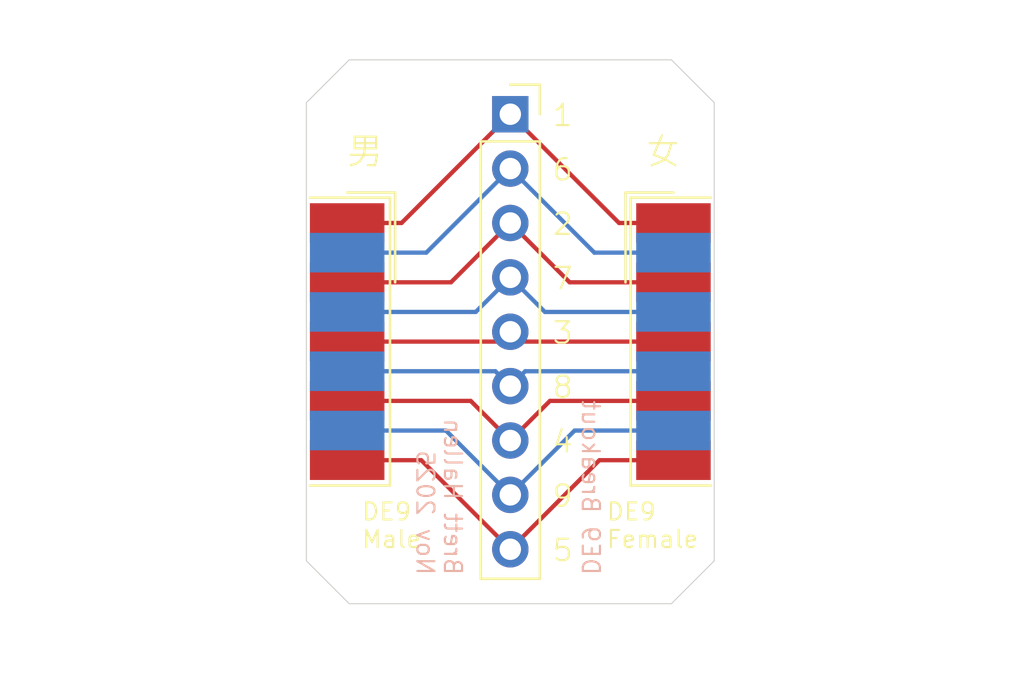
<source format=kicad_pcb>
(kicad_pcb (version 20241229) (generator "pcbnew") (generator_version "9.0")
  (title_block (title "DE9 Breakout") (date "26/NOV/2025") (rev "A") (company "Brett Hallen") (comment 1 "www.youtube.com/@Brfff"))
  (layers (0 "F.Cu" signal) (2 "B.Cu" signal) (13 "F.Paste" user) (15 "B.Paste" user) (5 "F.SilkS" user "F.Silkscreen") (7 "B.SilkS" user "B.Silkscreen") (1 "F.Mask" user) (3 "B.Mask" user) (25 "Edge.Cuts" user))
  (net 0 "")
  (net 1 "Net-(J1-Pin_7)")
  (net 2 "Net-(J1-Pin_6)")
  (net 3 "Net-(J1-Pin_2)")
  (net 4 "Net-(J1-Pin_1)")
  (net 5 "Net-(J1-Pin_8)")
  (net 6 "Net-(J1-Pin_3)")
  (net 7 "Net-(J1-Pin_5)")
  (net 8 "Net-(J1-Pin_4)")
  (net 9 "Net-(J1-Pin_9)")
  (footprint "Connector_PinHeader_2.54mm:PinHeader_1x09_P2.54mm_Vertical" (layer "F.Cu") (at 101.545 72.97 180)
    (property "Reference" "J1" (hide yes))
    (property "Value" "Breakout" (hide yes))
    (fp_line (start 1.38 19.05) (end 1.38 -1.38) (stroke (width 0.12)) (layer "F.SilkS"))
    (fp_line (start -1.38 21.7) (end 0 21.7) (stroke (width 0.12)) (layer "F.SilkS"))
    (fp_line (start -1.38 20.32) (end -1.38 21.7) (stroke (width 0.12)) (layer "F.SilkS"))
    (fp_line (start -1.38 19.05) (end 1.38 19.05) (stroke (width 0.12)) (layer "F.SilkS"))
    (fp_line (start -1.38 19.05) (end -1.38 -1.38) (stroke (width 0.12)) (layer "F.SilkS"))
    (fp_line (start -1.38 -1.38) (end 1.38 -1.38) (stroke (width 0.12)) (layer "F.SilkS"))
    (pad "1" thru_hole rect (at 0 20.32 180) (size 1.7 1.7) (drill 1) (layers "*.Cu" "*.Mask") (net 4 "Net-(J1-Pin_1)"))
    (pad "2" thru_hole circle (at 0 15.24 180) (size 1.7 1.7) (drill 1) (layers "*.Cu" "*.Mask") (net 3 "Net-(J1-Pin_2)"))
    (pad "3" thru_hole circle (at 0 10.16 180) (size 1.7 1.7) (drill 1) (layers "*.Cu" "*.Mask") (net 6 "Net-(J1-Pin_3)"))
    (pad "4" thru_hole circle (at 0 5.08 180) (size 1.7 1.7) (drill 1) (layers "*.Cu" "*.Mask") (net 8 "Net-(J1-Pin_4)"))
    (pad "5" thru_hole circle (at 0 0 180) (size 1.7 1.7) (drill 1) (layers "*.Cu" "*.Mask") (net 7 "Net-(J1-Pin_5)"))
    (pad "6" thru_hole circle (at 0 17.78 180) (size 1.7 1.7) (drill 1) (layers "*.Cu" "*.Mask") (net 2 "Net-(J1-Pin_6)"))
    (pad "7" thru_hole circle (at 0 12.7 180) (size 1.7 1.7) (drill 1) (layers "*.Cu" "*.Mask") (net 1 "Net-(J1-Pin_7)"))
    (pad "8" thru_hole circle (at 0 7.62 180) (size 1.7 1.7) (drill 1) (layers "*.Cu" "*.Mask") (net 5 "Net-(J1-Pin_8)"))
    (pad "9" thru_hole circle (at 0 2.54 180) (size 1.7 1.7) (drill 1) (layers "*.Cu" "*.Mask") (net 9 "Net-(J1-Pin_9)"))
  )
  (footprint "Connector_Dsub:DSUB-9_Pins_EdgeMount_P2.77mm" (layer "F.Cu") (at 93.925 63.27 -90)
    (property "Reference" "J2" (hide yes))
    (property "Value" "DE9 Male" (hide yes))
    (fp_line (start 6.723333 1.74) (end 6.723333 -2) (stroke (width 0.12)) (layer "F.SilkS"))
    (fp_line (start -6.963333 0) (end -6.963333 -2.24) (stroke (width 0.12)) (layer "F.SilkS"))
    (fp_line (start -6.723333 -2) (end -6.723333 1.74) (stroke (width 0.12)) (layer "F.SilkS"))
    (fp_line (start 6.723333 -2) (end -6.723333 -2) (stroke (width 0.12)) (layer "F.SilkS"))
    (fp_line (start -6.963333 -2.24) (end -2.77 -2.24) (stroke (width 0.12)) (layer "F.SilkS"))
    (pad "1" smd rect (at -5.54 0 270) (size 1.846667 3.48) (layers "F.Cu" "F.Mask" "F.Paste") (net 4 "Net-(J1-Pin_1)"))
    (pad "2" smd rect (at -2.77 0 270) (size 1.846667 3.48) (layers "F.Cu" "F.Mask" "F.Paste") (net 3 "Net-(J1-Pin_2)"))
    (pad "3" smd rect (at 0 0 270) (size 1.846667 3.48) (layers "F.Cu" "F.Mask" "F.Paste") (net 6 "Net-(J1-Pin_3)"))
    (pad "4" smd rect (at 2.77 0 270) (size 1.846667 3.48) (layers "F.Cu" "F.Mask" "F.Paste") (net 8 "Net-(J1-Pin_4)"))
    (pad "5" smd rect (at 5.54 0 270) (size 1.846667 3.48) (layers "F.Cu" "F.Mask" "F.Paste") (net 7 "Net-(J1-Pin_5)"))
    (pad "6" smd rect (at -4.155 0 270) (size 1.846667 3.48) (layers "B.Cu" "B.Mask" "B.Paste") (net 2 "Net-(J1-Pin_6)"))
    (pad "7" smd rect (at -1.385 0 270) (size 1.846667 3.48) (layers "B.Cu" "B.Mask" "B.Paste") (net 1 "Net-(J1-Pin_7)"))
    (pad "8" smd rect (at 1.385 0 270) (size 1.846667 3.48) (layers "B.Cu" "B.Mask" "B.Paste") (net 5 "Net-(J1-Pin_8)"))
    (pad "9" smd rect (at 4.155 0 270) (size 1.846667 3.48) (layers "B.Cu" "B.Mask" "B.Paste") (net 9 "Net-(J1-Pin_9)"))
  )
  (footprint "Connector_Dsub:DSUB-9_Socket_EdgeMount_P2.77mm" (layer "F.Cu") (at 109.165 63.27 90)
    (property "Reference" "J3" (hide yes))
    (property "Value" "DE9 Female" (hide yes))
    (fp_line (start 6.963333 -2.24) (end 2.77 -2.24) (stroke (width 0.12)) (layer "F.SilkS"))
    (fp_line (start 6.723333 -2) (end -6.723333 -2) (stroke (width 0.12)) (layer "F.SilkS"))
    (fp_line (start -6.723333 -2) (end -6.723333 1.74) (stroke (width 0.12)) (layer "F.SilkS"))
    (fp_line (start 6.963333 0) (end 6.963333 -2.24) (stroke (width 0.12)) (layer "F.SilkS"))
    (fp_line (start 6.723333 1.74) (end 6.723333 -2) (stroke (width 0.12)) (layer "F.SilkS"))
    (pad "1" smd rect (at 5.54 0 90) (size 1.846667 3.48) (layers "F.Cu" "F.Mask" "F.Paste") (net 4 "Net-(J1-Pin_1)"))
    (pad "2" smd rect (at 2.77 0 90) (size 1.846667 3.48) (layers "F.Cu" "F.Mask" "F.Paste") (net 3 "Net-(J1-Pin_2)"))
    (pad "3" smd rect (at 0 0 90) (size 1.846667 3.48) (layers "F.Cu" "F.Mask" "F.Paste") (net 6 "Net-(J1-Pin_3)"))
    (pad "4" smd rect (at -2.77 0 90) (size 1.846667 3.48) (layers "F.Cu" "F.Mask" "F.Paste") (net 8 "Net-(J1-Pin_4)"))
    (pad "5" smd rect (at -5.54 0 90) (size 1.846667 3.48) (layers "F.Cu" "F.Mask" "F.Paste") (net 7 "Net-(J1-Pin_5)"))
    (pad "6" smd rect (at 4.155 0 90) (size 1.846667 3.48) (layers "B.Cu" "B.Mask" "B.Paste") (net 2 "Net-(J1-Pin_6)"))
    (pad "7" smd rect (at 1.385 0 90) (size 1.846667 3.48) (layers "B.Cu" "B.Mask" "B.Paste") (net 1 "Net-(J1-Pin_7)"))
    (pad "8" smd rect (at -1.385 0 90) (size 1.846667 3.48) (layers "B.Cu" "B.Mask" "B.Paste") (net 5 "Net-(J1-Pin_8)"))
    (pad "9" smd rect (at -4.155 0 90) (size 1.846667 3.48) (layers "B.Cu" "B.Mask" "B.Paste") (net 9 "Net-(J1-Pin_9)"))
  )
  (gr_line (start 111.07 73.51) (end 111.07 52.11) (stroke (width 0.05)) (layer "Edge.Cuts"))
  (gr_line (start 109.07 50.11) (end 111.07 52.11) (stroke (width 0.05)) (layer "Edge.Cuts"))
  (gr_line (start 94.02 75.51) (end 92.02 73.51) (stroke (width 0.05)) (layer "Edge.Cuts"))
  (gr_line (start 92.02 73.51) (end 92.02 52.11) (stroke (width 0.05)) (layer "Edge.Cuts"))
  (gr_line (start 94.02 50.11) (end 109.07 50.11) (stroke (width 0.05)) (layer "Edge.Cuts"))
  (gr_line (start 109.07 75.51) (end 111.07 73.51) (stroke (width 0.05)) (layer "Edge.Cuts"))
  (gr_line (start 92.02 52.11) (end 94.02 50.11) (stroke (width 0.05)) (layer "Edge.Cuts"))
  (gr_line (start 94.02 75.51) (end 109.07 75.51) (stroke (width 0.05)) (layer "Edge.Cuts"))
  (gr_text "1" (at 103.45 53.285 0) (layer "F.SilkS") (effects (font (size 1 1) (thickness 0.1)) (justify left bottom)))
  (gr_text "8" (at 103.45 65.985 0) (layer "F.SilkS") (effects (font (size 1 1) (thickness 0.1)) (justify left bottom)))
  (gr_text "9" (at 103.45 71.065 0) (layer "F.SilkS") (effects (font (size 1 1) (thickness 0.1)) (justify left bottom)))
  (gr_text "DE9\nFemale" (at 105.99 72.97 0) (layer "F.SilkS") (effects (font (size 0.8 0.8) (thickness 0.1)) (justify left bottom)))
  (gr_text "4" (at 103.45 68.525 0) (layer "F.SilkS") (effects (font (size 1 1) (thickness 0.1)) (justify left bottom)))
  (gr_text "DE9\nMale" (at 94.56 72.97 0) (layer "F.SilkS") (effects (font (size 0.8 0.8) (thickness 0.1)) (justify left bottom)))
  (gr_text "女" (at 107.895 55.19 0) (layer "F.SilkS") (effects (font (size 1.27 1) (thickness 0.1)) (justify left bottom)))
  (gr_text "7" (at 103.45 60.905 0) (layer "F.SilkS") (effects (font (size 1 1) (thickness 0.1)) (justify left bottom)))
  (gr_text "6" (at 103.45 55.825 0) (layer "F.SilkS") (effects (font (size 1 1) (thickness 0.1)) (justify left bottom)))
  (gr_text "2" (at 103.45 58.365 0) (layer "F.SilkS") (effects (font (size 1 1) (thickness 0.1)) (justify left bottom)))
  (gr_text "3" (at 103.45 63.445 0) (layer "F.SilkS") (effects (font (size 1 1) (thickness 0.1)) (justify left bottom)))
  (gr_text "5" (at 103.45 73.605 0) (layer "F.SilkS") (effects (font (size 1 1) (thickness 0.1)) (justify left bottom)))
  (gr_text "男" (at 93.925 55.19 0) (layer "F.SilkS") (effects (font (size 1.27 1) (thickness 0.1)) (justify left bottom)))
  (gr_text "DE9 Breakout\n\n\n\n\nBrett Hallen\nNov 2025" (at 97.1 74.24 270) (layer "B.SilkS") (effects (font (size 0.8 0.8) (thickness 0.1)) (justify left bottom mirror)))
  (segment (start 103.16 61.885) (end 109.165 61.885) (width 0.2) (layer "B.Cu") (net 1))
  (segment (start 101.545 60.27) (end 103.16 61.885) (width 0.2) (layer "B.Cu") (net 1))
  (segment (start 99.93 61.885) (end 101.545 60.27) (width 0.2) (layer "B.Cu") (net 1))
  (segment (start 93.925 61.885) (end 99.93 61.885) (width 0.2) (layer "B.Cu") (net 1))
  (segment (start 101.545 55.19) (end 105.47 59.115) (width 0.2) (layer "B.Cu") (net 2))
  (segment (start 97.62 59.115) (end 101.545 55.19) (width 0.2) (layer "B.Cu") (net 2))
  (segment (start 93.925 59.115) (end 97.62 59.115) (width 0.2) (layer "B.Cu") (net 2))
  (segment (start 105.47 59.115) (end 109.165 59.115) (width 0.2) (layer "B.Cu") (net 2))
  (segment (start 104.315 60.5) (end 101.545 57.73) (width 0.2) (layer "F.Cu") (net 3))
  (segment (start 109.165 60.5) (end 104.315 60.5) (width 0.2) (layer "F.Cu") (net 3))
  (segment (start 93.925 60.5) (end 98.775 60.5) (width 0.2) (layer "F.Cu") (net 3))
  (segment (start 98.775 60.5) (end 101.545 57.73) (width 0.2) (layer "F.Cu") (net 3))
  (segment (start 109.165 57.73) (end 106.625 57.73) (width 0.2) (layer "F.Cu") (net 4))
  (segment (start 96.465 57.73) (end 101.545 52.65) (width 0.2) (layer "F.Cu") (net 4))
  (segment (start 93.925 57.73) (end 96.465 57.73) (width 0.2) (layer "F.Cu") (net 4))
  (segment (start 106.625 57.73) (end 101.545 52.65) (width 0.2) (layer "F.Cu") (net 4))
  (segment (start 109.165 64.655) (end 102.24 64.655) (width 0.2) (layer "B.Cu") (net 5))
  (segment (start 102.24 64.655) (end 101.545 65.35) (width 0.2) (layer "B.Cu") (net 5))
  (segment (start 100.85 64.655) (end 101.545 65.35) (width 0.2) (layer "B.Cu") (net 5))
  (segment (start 93.925 64.655) (end 100.85 64.655) (width 0.2) (layer "B.Cu") (net 5))
  (segment (start 101.085 63.27) (end 101.545 62.81) (width 0.2) (layer "F.Cu") (net 6))
  (segment (start 93.925 63.27) (end 101.085 63.27) (width 0.2) (layer "F.Cu") (net 6))
  (segment (start 109.165 63.27) (end 102.005 63.27) (width 0.2) (layer "F.Cu") (net 6))
  (segment (start 102.005 63.27) (end 101.545 62.81) (width 0.2) (layer "F.Cu") (net 6))
  (segment (start 93.925 68.81) (end 97.385 68.81) (width 0.2) (layer "F.Cu") (net 7))
  (segment (start 105.705 68.81) (end 101.545 72.97) (width 0.2) (layer "F.Cu") (net 7))
  (segment (start 97.385 68.81) (end 101.545 72.97) (width 0.2) (layer "F.Cu") (net 7))
  (segment (start 109.165 68.81) (end 105.705 68.81) (width 0.2) (layer "F.Cu") (net 7))
  (segment (start 101.545 67.89) (end 103.395 66.04) (width 0.2) (layer "F.Cu") (net 8))
  (segment (start 103.395 66.04) (end 109.165 66.04) (width 0.2) (layer "F.Cu") (net 8))
  (segment (start 99.695 66.04) (end 93.925 66.04) (width 0.2) (layer "F.Cu") (net 8))
  (segment (start 101.545 67.89) (end 99.695 66.04) (width 0.2) (layer "F.Cu") (net 8))
  (segment (start 104.55 67.425) (end 101.545 70.43) (width 0.2) (layer "B.Cu") (net 9))
  (segment (start 98.54 67.425) (end 101.545 70.43) (width 0.2) (layer "B.Cu") (net 9))
  (segment (start 93.925 67.425) (end 98.54 67.425) (width 0.2) (layer "B.Cu") (net 9))
  (segment (start 109.165 67.425) (end 104.55 67.425) (width 0.2) (layer "B.Cu") (net 9))
)
</source>
